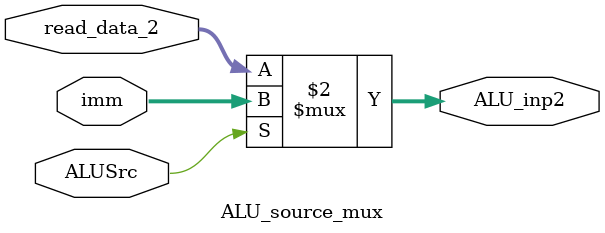
<source format=v>
module ALU_source_mux(
    input [31:0] read_data_2,
    input [31:0] imm,
    input ALUSrc,

    output [31:0] ALU_inp2

);

    assign ALU_inp2 = ~ALUSrc ? read_data_2 : imm;
       

endmodule

</source>
